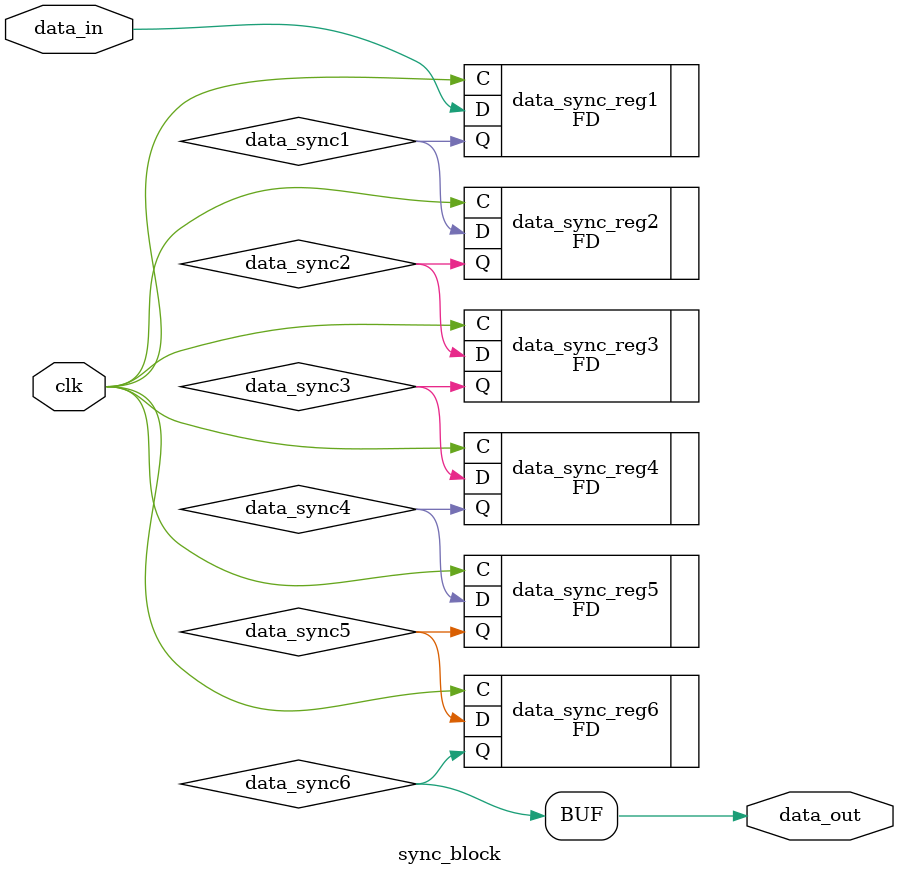
<source format=v>

`timescale 1ns / 1ps
`define DLY #1


module sync_block #(
  parameter INITIALISE = 6'b000000
)
(
  input        clk,              // clock to be sync'ed to
  input        data_in,          // Data to be 'synced'
  output       data_out          // synced data
);

  // Internal Signals
  wire data_sync1;
  wire data_sync2;
  wire data_sync3;
  wire data_sync4;
  wire data_sync5;
  wire data_sync6;


  (* shreg_extract = "no", ASYNC_REG = "TRUE" *)
  FD #(
    .INIT (INITIALISE[0])
  ) data_sync_reg1 (
    .C  (clk),
    .D  (data_in),
    .Q  (data_sync1)
  );


  (* shreg_extract = "no", ASYNC_REG = "TRUE" *)
  FD #(
   .INIT (INITIALISE[1])
  ) data_sync_reg2 (
  .C  (clk),
  .D  (data_sync1),
  .Q  (data_sync2)
  );


  (* shreg_extract = "no", ASYNC_REG = "TRUE" *)
  FD #(
   .INIT (INITIALISE[2])
  ) data_sync_reg3 (
  .C  (clk),
  .D  (data_sync2),
  .Q  (data_sync3)
  );

  (* shreg_extract = "no", ASYNC_REG = "TRUE" *)
  FD #(
   .INIT (INITIALISE[3])
  ) data_sync_reg4 (
  .C  (clk),
  .D  (data_sync3),
  .Q  (data_sync4)
  );

  (* shreg_extract = "no", ASYNC_REG = "TRUE" *)
  FD #(
   .INIT (INITIALISE[4])
  ) data_sync_reg5 (
  .C  (clk),
  .D  (data_sync4),
  .Q  (data_sync5)
  );

  (* shreg_extract = "no", ASYNC_REG = "TRUE" *)
  FD #(
   .INIT (INITIALISE[5])
  ) data_sync_reg6 (
  .C  (clk),
  .D  (data_sync5),
  .Q  (data_sync6)
  );
  assign data_out = data_sync6;



endmodule

</source>
